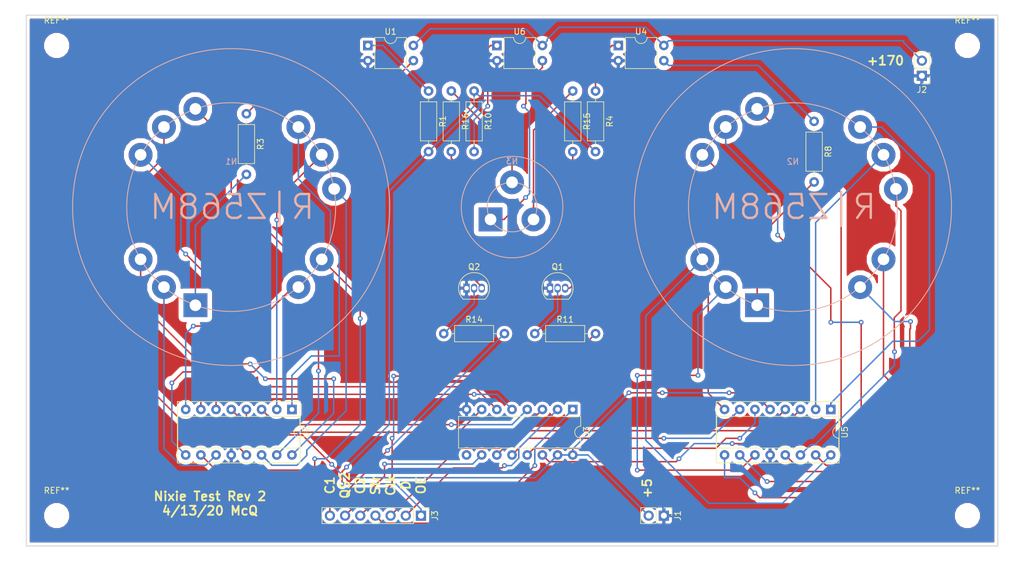
<source format=kicad_pcb>
(kicad_pcb (version 20171130) (host pcbnew 5.0.2+dfsg1-1~bpo9+1)
  (layers (0 F.Cu signal) (31 B.Cu signal) (34 B.Paste user) (35 F.Paste user) (36 B.SilkS user) (37 F.SilkS user) (38 B.Mask user) (39 F.Mask user) (44 Edge.Cuts user))
  (net 0 "")
  (net 1 +5V)
  (net 2 GND)
  (net 3 HT)
  (net 4 "Net-(J3-Pad1)")
  (net 5 "Net-(J3-Pad2)")
  (net 6 "Net-(J3-Pad3)")
  (net 7 "Net-(J3-Pad4)")
  (net 8 "Net-(J3-Pad5)")
  (net 9 "Net-(J3-Pad6)")
  (net 10 "Net-(J3-Pad7)")
  (net 11 "Net-(Q1-Pad2)")
  (net 12 "Net-(Q1-Pad3)")
  (net 13 "Net-(Q2-Pad3)")
  (net 14 "Net-(Q2-Pad2)")
  (net 15 "Net-(R1-Pad1)")
  (net 16 "Net-(N1-PadA)")
  (net 17 "Net-(R3-Pad1)")
  (net 18 "Net-(R4-Pad1)")
  (net 19 "Net-(R8-Pad1)")
  (net 20 "Net-(N2-PadA)")
  (net 21 "Net-(R10-Pad2)")
  (net 22 "Net-(N3-PadC2)")
  (net 23 "Net-(N3-PadC1)")
  (net 24 "Net-(N1-Pad8)")
  (net 25 "Net-(N1-Pad3)")
  (net 26 "Net-(N1-Pad9)")
  (net 27 "Net-(N1-Pad7)")
  (net 28 "Net-(U2-Pad3)")
  (net 29 "Net-(N1-Pad6)")
  (net 30 "Net-(U2-Pad4)")
  (net 31 "Net-(N1-Pad4)")
  (net 32 "Net-(U2-Pad6)")
  (net 33 "Net-(N1-Pad5)")
  (net 34 "Net-(U2-Pad7)")
  (net 35 "Net-(N1-Pad1)")
  (net 36 "Net-(N1-Pad2)")
  (net 37 "Net-(N1-Pad0)")
  (net 38 "Net-(U3-Pad9)")
  (net 39 "Net-(U3-Pad11)")
  (net 40 "Net-(U3-Pad12)")
  (net 41 "Net-(U3-Pad13)")
  (net 42 "Net-(U3-Pad14)")
  (net 43 "Net-(N2-Pad0)")
  (net 44 "Net-(N2-Pad2)")
  (net 45 "Net-(N2-Pad1)")
  (net 46 "Net-(N2-Pad5)")
  (net 47 "Net-(N2-Pad4)")
  (net 48 "Net-(N2-Pad6)")
  (net 49 "Net-(N2-Pad7)")
  (net 50 "Net-(N2-Pad9)")
  (net 51 "Net-(N2-Pad3)")
  (net 52 "Net-(N2-Pad8)")
  (net 53 "Net-(N3-PadA)")
  (module Connector_PinHeader_2.54mm:PinHeader_1x02_P2.54mm_Vertical (layer F.Cu) (at 152.4 106.68 270)
    (fp_text reference J1 (at 0 -2.33 270) (layer F.SilkS))
    (fp_text value "5V in")
    (pad 2 thru_hole oval (at 0 2.54 270) (size 1.7 1.7) (drill 1) (layers *.Cu *.Mask) (net 1 +5V))
    (pad 1 thru_hole rect (at 0 0 270) (size 1.7 1.7) (drill 1) (layers *.Cu *.Mask) (net 2 GND))
  )
  (module Connector_PinHeader_2.54mm:PinHeader_1x02_P2.54mm_Vertical (layer F.Cu) (at 195.58 33.02 180)
    (fp_text reference J2 (at 0 -2.33 180) (layer F.SilkS))
    (fp_text value "170V in")
    (pad 1 thru_hole rect (at 0 0 180) (size 1.7 1.7) (drill 1) (layers *.Cu *.Mask) (net 2 GND))
    (pad 2 thru_hole oval (at 0 2.54 180) (size 1.7 1.7) (drill 1) (layers *.Cu *.Mask) (net 3 HT))
  )
  (module Connector_PinHeader_2.54mm:PinHeader_1x07_P2.54mm_Vertical (layer F.Cu) (at 111.76 106.68 270)
    (fp_text reference J3 (at 0 -2.33 270) (layer F.SilkS))
    (fp_text value Conn_01x07_Male)
    (pad 1 thru_hole rect (at 0 0 270) (size 1.7 1.7) (drill 1) (layers *.Cu *.Mask) (net 4 "Net-(J3-Pad1)"))
    (pad 2 thru_hole oval (at 0 2.54 270) (size 1.7 1.7) (drill 1) (layers *.Cu *.Mask) (net 5 "Net-(J3-Pad2)"))
    (pad 3 thru_hole oval (at 0 5.08 270) (size 1.7 1.7) (drill 1) (layers *.Cu *.Mask) (net 6 "Net-(J3-Pad3)"))
    (pad 4 thru_hole oval (at 0 7.62 270) (size 1.7 1.7) (drill 1) (layers *.Cu *.Mask) (net 7 "Net-(J3-Pad4)"))
    (pad 5 thru_hole oval (at 0 10.16 270) (size 1.7 1.7) (drill 1) (layers *.Cu *.Mask) (net 8 "Net-(J3-Pad5)"))
    (pad 6 thru_hole oval (at 0 12.7 270) (size 1.7 1.7) (drill 1) (layers *.Cu *.Mask) (net 9 "Net-(J3-Pad6)"))
    (pad 7 thru_hole oval (at 0 15.24 270) (size 1.7 1.7) (drill 1) (layers *.Cu *.Mask) (net 10 "Net-(J3-Pad7)"))
  )
  (module Package_TO_SOT_THT:TO-92_Inline (layer F.Cu) (at 133.35 68.58)
    (fp_text reference Q1 (at 1.27 -3.56) (layer F.SilkS))
    (fp_text value MPSA42)
    (pad 2 thru_hole oval (at 1.27 0) (size 1.05 1.5) (drill 0.75) (layers *.Cu *.Mask) (net 11 "Net-(Q1-Pad2)"))
    (pad 3 thru_hole oval (at 2.54 0) (size 1.05 1.5) (drill 0.75) (layers *.Cu *.Mask) (net 12 "Net-(Q1-Pad3)"))
    (pad 1 thru_hole rect (at 0 0) (size 1.05 1.5) (drill 0.75) (layers *.Cu *.Mask) (net 2 GND))
  )
  (module Package_TO_SOT_THT:TO-92_Inline (layer F.Cu) (at 119.38 68.58)
    (fp_text reference Q2 (at 1.27 -3.56) (layer F.SilkS))
    (fp_text value MPSA42)
    (pad 1 thru_hole rect (at 0 0) (size 1.05 1.5) (drill 0.75) (layers *.Cu *.Mask) (net 2 GND))
    (pad 3 thru_hole oval (at 2.54 0) (size 1.05 1.5) (drill 0.75) (layers *.Cu *.Mask) (net 13 "Net-(Q2-Pad3)"))
    (pad 2 thru_hole oval (at 1.27 0) (size 1.05 1.5) (drill 0.75) (layers *.Cu *.Mask) (net 14 "Net-(Q2-Pad2)"))
  )
  (module Resistor_THT:R_Axial_DIN0207_L6.3mm_D2.5mm_P10.16mm_Horizontal (layer F.Cu) (at 113.03 35.56 270)
    (fp_text reference R1 (at 5.08 -2.37 270) (layer F.SilkS))
    (fp_text value 3K3)
    (pad 1 thru_hole circle (at 0 0 270) (size 1.6 1.6) (drill 0.8) (layers *.Cu *.Mask) (net 15 "Net-(R1-Pad1)"))
    (pad 2 thru_hole oval (at 10.16 0 270) (size 1.6 1.6) (drill 0.8) (layers *.Cu *.Mask) (net 4 "Net-(J3-Pad1)"))
  )
  (module Resistor_THT:R_Axial_DIN0207_L6.3mm_D2.5mm_P10.16mm_Horizontal (layer F.Cu) (at 82.55 39.37 270)
    (fp_text reference R3 (at 5.08 -2.37 270) (layer F.SilkS))
    (fp_text value 8K2)
    (pad 2 thru_hole oval (at 10.16 0 270) (size 1.6 1.6) (drill 0.8) (layers *.Cu *.Mask) (net 16 "Net-(N1-PadA)"))
    (pad 1 thru_hole circle (at 0 0 270) (size 1.6 1.6) (drill 0.8) (layers *.Cu *.Mask) (net 17 "Net-(R3-Pad1)"))
  )
  (module Resistor_THT:R_Axial_DIN0207_L6.3mm_D2.5mm_P10.16mm_Horizontal (layer F.Cu) (at 140.97 35.56 270)
    (fp_text reference R4 (at 5.08 -2.37 270) (layer F.SilkS))
    (fp_text value 3K3)
    (pad 2 thru_hole oval (at 10.16 0 270) (size 1.6 1.6) (drill 0.8) (layers *.Cu *.Mask) (net 4 "Net-(J3-Pad1)"))
    (pad 1 thru_hole circle (at 0 0 270) (size 1.6 1.6) (drill 0.8) (layers *.Cu *.Mask) (net 18 "Net-(R4-Pad1)"))
  )
  (module Resistor_THT:R_Axial_DIN0207_L6.3mm_D2.5mm_P10.16mm_Horizontal (layer F.Cu) (at 177.546 40.64 270)
    (fp_text reference R8 (at 5.08 -2.37 270) (layer F.SilkS))
    (fp_text value 8K2)
    (pad 1 thru_hole circle (at 0 0 270) (size 1.6 1.6) (drill 0.8) (layers *.Cu *.Mask) (net 19 "Net-(R8-Pad1)"))
    (pad 2 thru_hole oval (at 10.16 0 270) (size 1.6 1.6) (drill 0.8) (layers *.Cu *.Mask) (net 20 "Net-(N2-PadA)"))
  )
  (module Resistor_THT:R_Axial_DIN0207_L6.3mm_D2.5mm_P10.16mm_Horizontal (layer F.Cu) (at 120.65 35.56 270)
    (fp_text reference R10 (at 5.08 -2.37 270) (layer F.SilkS))
    (fp_text value 3K3)
    (pad 1 thru_hole circle (at 0 0 270) (size 1.6 1.6) (drill 0.8) (layers *.Cu *.Mask) (net 4 "Net-(J3-Pad1)"))
    (pad 2 thru_hole oval (at 10.16 0 270) (size 1.6 1.6) (drill 0.8) (layers *.Cu *.Mask) (net 21 "Net-(R10-Pad2)"))
  )
  (module Resistor_THT:R_Axial_DIN0207_L6.3mm_D2.5mm_P10.16mm_Horizontal (layer F.Cu) (at 130.81 76.2)
    (fp_text reference R11 (at 5.08 -2.37) (layer F.SilkS))
    (fp_text value 6K8)
    (pad 2 thru_hole oval (at 10.16 0) (size 1.6 1.6) (drill 0.8) (layers *.Cu *.Mask) (net 8 "Net-(J3-Pad5)"))
    (pad 1 thru_hole circle (at 0 0) (size 1.6 1.6) (drill 0.8) (layers *.Cu *.Mask) (net 11 "Net-(Q1-Pad2)"))
  )
  (module Resistor_THT:R_Axial_DIN0207_L6.3mm_D2.5mm_P10.16mm_Horizontal (layer F.Cu) (at 115.57 76.2)
    (fp_text reference R14 (at 5.08 -2.37) (layer F.SilkS))
    (fp_text value 6K8)
    (pad 1 thru_hole circle (at 0 0) (size 1.6 1.6) (drill 0.8) (layers *.Cu *.Mask) (net 14 "Net-(Q2-Pad2)"))
    (pad 2 thru_hole oval (at 10.16 0) (size 1.6 1.6) (drill 0.8) (layers *.Cu *.Mask) (net 10 "Net-(J3-Pad7)"))
  )
  (module Resistor_THT:R_Axial_DIN0207_L6.3mm_D2.5mm_P10.16mm_Horizontal (layer F.Cu) (at 137.16 35.56 270)
    (fp_text reference R15 (at 5.08 -2.37 270) (layer F.SilkS))
    (fp_text value 68K)
    (pad 1 thru_hole circle (at 0 0 270) (size 1.6 1.6) (drill 0.8) (layers *.Cu *.Mask) (net 22 "Net-(N3-PadC2)"))
    (pad 2 thru_hole oval (at 10.16 0 270) (size 1.6 1.6) (drill 0.8) (layers *.Cu *.Mask) (net 12 "Net-(Q1-Pad3)"))
  )
  (module Resistor_THT:R_Axial_DIN0207_L6.3mm_D2.5mm_P10.16mm_Horizontal (layer F.Cu) (at 116.84 35.56 270)
    (fp_text reference R16 (at 5.08 -2.37 270) (layer F.SilkS))
    (fp_text value 68K)
    (pad 2 thru_hole oval (at 10.16 0 270) (size 1.6 1.6) (drill 0.8) (layers *.Cu *.Mask) (net 13 "Net-(Q2-Pad3)"))
    (pad 1 thru_hole circle (at 0 0 270) (size 1.6 1.6) (drill 0.8) (layers *.Cu *.Mask) (net 23 "Net-(N3-PadC1)"))
  )
  (module Package_DIP:DIP-4_W7.62mm (layer F.Cu) (at 102.87 27.94)
    (fp_text reference U1 (at 3.81 -2.33) (layer F.SilkS))
    (fp_text value FOD832)
    (pad 1 thru_hole rect (at 0 0) (size 1.6 1.6) (drill 0.8) (layers *.Cu *.Mask) (net 15 "Net-(R1-Pad1)"))
    (pad 3 thru_hole oval (at 7.62 2.54) (size 1.6 1.6) (drill 0.8) (layers *.Cu *.Mask) (net 17 "Net-(R3-Pad1)"))
    (pad 2 thru_hole oval (at 0 2.54) (size 1.6 1.6) (drill 0.8) (layers *.Cu *.Mask) (net 2 GND))
    (pad 4 thru_hole oval (at 7.62 0) (size 1.6 1.6) (drill 0.8) (layers *.Cu *.Mask) (net 3 HT))
  )
  (module Package_DIP:DIP-16_W7.62mm_Socket (layer F.Cu) (at 90.17 88.9 270)
    (fp_text reference U2 (at 3.81 -2.33 270) (layer F.SilkS))
    (fp_text value 74141)
    (pad 1 thru_hole rect (at 0 0 270) (size 1.6 1.6) (drill 0.8) (layers *.Cu *.Mask) (net 24 "Net-(N1-Pad8)"))
    (pad 9 thru_hole oval (at 7.62 17.78 270) (size 1.6 1.6) (drill 0.8) (layers *.Cu *.Mask) (net 25 "Net-(N1-Pad3)"))
    (pad 2 thru_hole oval (at 0 2.54 270) (size 1.6 1.6) (drill 0.8) (layers *.Cu *.Mask) (net 26 "Net-(N1-Pad9)"))
    (pad 10 thru_hole oval (at 7.62 15.24 270) (size 1.6 1.6) (drill 0.8) (layers *.Cu *.Mask) (net 27 "Net-(N1-Pad7)"))
    (pad 3 thru_hole oval (at 0 5.08 270) (size 1.6 1.6) (drill 0.8) (layers *.Cu *.Mask) (net 28 "Net-(U2-Pad3)"))
    (pad 11 thru_hole oval (at 7.62 12.7 270) (size 1.6 1.6) (drill 0.8) (layers *.Cu *.Mask) (net 29 "Net-(N1-Pad6)"))
    (pad 4 thru_hole oval (at 0 7.62 270) (size 1.6 1.6) (drill 0.8) (layers *.Cu *.Mask) (net 30 "Net-(U2-Pad4)"))
    (pad 12 thru_hole oval (at 7.62 10.16 270) (size 1.6 1.6) (drill 0.8) (layers *.Cu *.Mask) (net 2 GND))
    (pad 5 thru_hole oval (at 0 10.16 270) (size 1.6 1.6) (drill 0.8) (layers *.Cu *.Mask) (net 1 +5V))
    (pad 13 thru_hole oval (at 7.62 7.62 270) (size 1.6 1.6) (drill 0.8) (layers *.Cu *.Mask) (net 31 "Net-(N1-Pad4)"))
    (pad 6 thru_hole oval (at 0 12.7 270) (size 1.6 1.6) (drill 0.8) (layers *.Cu *.Mask) (net 32 "Net-(U2-Pad6)"))
    (pad 14 thru_hole oval (at 7.62 5.08 270) (size 1.6 1.6) (drill 0.8) (layers *.Cu *.Mask) (net 33 "Net-(N1-Pad5)"))
    (pad 7 thru_hole oval (at 0 15.24 270) (size 1.6 1.6) (drill 0.8) (layers *.Cu *.Mask) (net 34 "Net-(U2-Pad7)"))
    (pad 15 thru_hole oval (at 7.62 2.54 270) (size 1.6 1.6) (drill 0.8) (layers *.Cu *.Mask) (net 35 "Net-(N1-Pad1)"))
    (pad 8 thru_hole oval (at 0 17.78 270) (size 1.6 1.6) (drill 0.8) (layers *.Cu *.Mask) (net 36 "Net-(N1-Pad2)"))
    (pad 16 thru_hole oval (at 7.62 0 270) (size 1.6 1.6) (drill 0.8) (layers *.Cu *.Mask) (net 37 "Net-(N1-Pad0)"))
  )
  (module Package_DIP:DIP-16_W7.62mm (layer F.Cu) (at 137.16 88.9 270)
    (fp_text reference U3 (at 3.81 -2.33 270) (layer F.SilkS))
    (fp_text value 74HC4094)
    (pad 1 thru_hole rect (at 0 0 270) (size 1.6 1.6) (drill 0.8) (layers *.Cu *.Mask) (net 7 "Net-(J3-Pad4)"))
    (pad 9 thru_hole oval (at 7.62 17.78 270) (size 1.6 1.6) (drill 0.8) (layers *.Cu *.Mask) (net 38 "Net-(U3-Pad9)"))
    (pad 2 thru_hole oval (at 0 2.54 270) (size 1.6 1.6) (drill 0.8) (layers *.Cu *.Mask) (net 5 "Net-(J3-Pad2)"))
    (pad 10 thru_hole oval (at 7.62 15.24 270) (size 1.6 1.6) (drill 0.8) (layers *.Cu *.Mask) (net 9 "Net-(J3-Pad6)"))
    (pad 3 thru_hole oval (at 0 5.08 270) (size 1.6 1.6) (drill 0.8) (layers *.Cu *.Mask) (net 6 "Net-(J3-Pad3)"))
    (pad 11 thru_hole oval (at 7.62 12.7 270) (size 1.6 1.6) (drill 0.8) (layers *.Cu *.Mask) (net 39 "Net-(U3-Pad11)"))
    (pad 4 thru_hole oval (at 0 7.62 270) (size 1.6 1.6) (drill 0.8) (layers *.Cu *.Mask) (net 28 "Net-(U2-Pad3)"))
    (pad 12 thru_hole oval (at 7.62 10.16 270) (size 1.6 1.6) (drill 0.8) (layers *.Cu *.Mask) (net 40 "Net-(U3-Pad12)"))
    (pad 5 thru_hole oval (at 0 10.16 270) (size 1.6 1.6) (drill 0.8) (layers *.Cu *.Mask) (net 32 "Net-(U2-Pad6)"))
    (pad 13 thru_hole oval (at 7.62 7.62 270) (size 1.6 1.6) (drill 0.8) (layers *.Cu *.Mask) (net 41 "Net-(U3-Pad13)"))
    (pad 6 thru_hole oval (at 0 12.7 270) (size 1.6 1.6) (drill 0.8) (layers *.Cu *.Mask) (net 34 "Net-(U2-Pad7)"))
    (pad 14 thru_hole oval (at 7.62 5.08 270) (size 1.6 1.6) (drill 0.8) (layers *.Cu *.Mask) (net 42 "Net-(U3-Pad14)"))
    (pad 7 thru_hole oval (at 0 15.24 270) (size 1.6 1.6) (drill 0.8) (layers *.Cu *.Mask) (net 30 "Net-(U2-Pad4)"))
    (pad 15 thru_hole oval (at 7.62 2.54 270) (size 1.6 1.6) (drill 0.8) (layers *.Cu *.Mask) (net 1 +5V))
    (pad 8 thru_hole oval (at 0 17.78 270) (size 1.6 1.6) (drill 0.8) (layers *.Cu *.Mask) (net 2 GND))
    (pad 16 thru_hole oval (at 7.62 0 270) (size 1.6 1.6) (drill 0.8) (layers *.Cu *.Mask) (net 1 +5V))
  )
  (module Package_DIP:DIP-4_W7.62mm (layer F.Cu) (at 144.78 27.94)
    (fp_text reference U4 (at 3.81 -2.33) (layer F.SilkS))
    (fp_text value FOD832)
    (pad 4 thru_hole oval (at 7.62 0) (size 1.6 1.6) (drill 0.8) (layers *.Cu *.Mask) (net 3 HT))
    (pad 2 thru_hole oval (at 0 2.54) (size 1.6 1.6) (drill 0.8) (layers *.Cu *.Mask) (net 2 GND))
    (pad 3 thru_hole oval (at 7.62 2.54) (size 1.6 1.6) (drill 0.8) (layers *.Cu *.Mask) (net 19 "Net-(R8-Pad1)"))
    (pad 1 thru_hole rect (at 0 0) (size 1.6 1.6) (drill 0.8) (layers *.Cu *.Mask) (net 18 "Net-(R4-Pad1)"))
  )
  (module Package_DIP:DIP-16_W7.62mm_Socket (layer F.Cu) (at 180.34 88.9 270)
    (fp_text reference U5 (at 3.81 -2.33 270) (layer F.SilkS))
    (fp_text value 74141)
    (pad 16 thru_hole oval (at 7.62 0 270) (size 1.6 1.6) (drill 0.8) (layers *.Cu *.Mask) (net 43 "Net-(N2-Pad0)"))
    (pad 8 thru_hole oval (at 0 17.78 270) (size 1.6 1.6) (drill 0.8) (layers *.Cu *.Mask) (net 44 "Net-(N2-Pad2)"))
    (pad 15 thru_hole oval (at 7.62 2.54 270) (size 1.6 1.6) (drill 0.8) (layers *.Cu *.Mask) (net 45 "Net-(N2-Pad1)"))
    (pad 7 thru_hole oval (at 0 15.24 270) (size 1.6 1.6) (drill 0.8) (layers *.Cu *.Mask) (net 40 "Net-(U3-Pad12)"))
    (pad 14 thru_hole oval (at 7.62 5.08 270) (size 1.6 1.6) (drill 0.8) (layers *.Cu *.Mask) (net 46 "Net-(N2-Pad5)"))
    (pad 6 thru_hole oval (at 0 12.7 270) (size 1.6 1.6) (drill 0.8) (layers *.Cu *.Mask) (net 41 "Net-(U3-Pad13)"))
    (pad 13 thru_hole oval (at 7.62 7.62 270) (size 1.6 1.6) (drill 0.8) (layers *.Cu *.Mask) (net 47 "Net-(N2-Pad4)"))
    (pad 5 thru_hole oval (at 0 10.16 270) (size 1.6 1.6) (drill 0.8) (layers *.Cu *.Mask) (net 1 +5V))
    (pad 12 thru_hole oval (at 7.62 10.16 270) (size 1.6 1.6) (drill 0.8) (layers *.Cu *.Mask) (net 2 GND))
    (pad 4 thru_hole oval (at 0 7.62 270) (size 1.6 1.6) (drill 0.8) (layers *.Cu *.Mask) (net 39 "Net-(U3-Pad11)"))
    (pad 11 thru_hole oval (at 7.62 12.7 270) (size 1.6 1.6) (drill 0.8) (layers *.Cu *.Mask) (net 48 "Net-(N2-Pad6)"))
    (pad 3 thru_hole oval (at 0 5.08 270) (size 1.6 1.6) (drill 0.8) (layers *.Cu *.Mask) (net 42 "Net-(U3-Pad14)"))
    (pad 10 thru_hole oval (at 7.62 15.24 270) (size 1.6 1.6) (drill 0.8) (layers *.Cu *.Mask) (net 49 "Net-(N2-Pad7)"))
    (pad 2 thru_hole oval (at 0 2.54 270) (size 1.6 1.6) (drill 0.8) (layers *.Cu *.Mask) (net 50 "Net-(N2-Pad9)"))
    (pad 9 thru_hole oval (at 7.62 17.78 270) (size 1.6 1.6) (drill 0.8) (layers *.Cu *.Mask) (net 51 "Net-(N2-Pad3)"))
    (pad 1 thru_hole rect (at 0 0 270) (size 1.6 1.6) (drill 0.8) (layers *.Cu *.Mask) (net 52 "Net-(N2-Pad8)"))
  )
  (module Package_DIP:DIP-4_W7.62mm (layer F.Cu) (at 124.46 27.94)
    (fp_text reference U6 (at 3.81 -2.33) (layer F.SilkS))
    (fp_text value FOD832)
    (pad 1 thru_hole rect (at 0 0) (size 1.6 1.6) (drill 0.8) (layers *.Cu *.Mask) (net 21 "Net-(R10-Pad2)"))
    (pad 3 thru_hole oval (at 7.62 2.54) (size 1.6 1.6) (drill 0.8) (layers *.Cu *.Mask) (net 53 "Net-(N3-PadA)"))
    (pad 2 thru_hole oval (at 0 2.54) (size 1.6 1.6) (drill 0.8) (layers *.Cu *.Mask) (net 2 GND))
    (pad 4 thru_hole oval (at 7.62 0) (size 1.6 1.6) (drill 0.8) (layers *.Cu *.Mask) (net 3 HT))
  )
  (module MedidoFootprints:RZ568M (layer B.Cu) (at 80 55)
    (fp_text reference N1 (at 0 -7.62) (layer B.SilkS) (effects (justify mirror)))
    (fp_text value R|Z568M)
    (fp_text user R|Z568M (at 0.17 -0.02) (layer B.SilkS) (effects (font (size 4 4) (thickness 0.4)) (justify mirror)))
    (pad 8 thru_hole circle (at 11.2488 -13.4058) (size 4 4) (drill 1.95) (layers *.Cu *.Mask) (net 24 "Net-(N1-Pad8)"))
    (pad 9 thru_hole circle (at 15.1554 -8.75) (size 4 4) (drill 1.95) (layers *.Cu *.Mask) (net 26 "Net-(N1-Pad9)"))
    (pad 5 thru_hole circle (at 17.2341 -3.0388) (size 4 4) (drill 1.95) (layers *.Cu *.Mask) (net 33 "Net-(N1-Pad5)"))
    (pad 7 thru_hole circle (at 15.1554 8.75) (size 4 4) (drill 1.95) (layers *.Cu *.Mask) (net 27 "Net-(N1-Pad7)"))
    (pad 3 thru_hole circle (at 11.2488 13.4058) (size 4 4) (drill 1.95) (layers *.Cu *.Mask) (net 25 "Net-(N1-Pad3)"))
    (pad A thru_hole rect (at -5.9854 16.4446) (size 4 4) (drill 1.95) (layers *.Cu *.Mask) (net 16 "Net-(N1-PadA)"))
    (pad 6 thru_hole circle (at -11.2488 13.4058) (size 4 4) (drill 1.95) (layers *.Cu *.Mask) (net 29 "Net-(N1-Pad6)"))
    (pad 0 thru_hole circle (at -15.1554 8.75) (size 4 4) (drill 1.95) (layers *.Cu *.Mask) (net 37 "Net-(N1-Pad0)"))
    (pad 2 thru_hole circle (at -15.1554 -8.75) (size 4 4) (drill 1.95) (layers *.Cu *.Mask) (net 36 "Net-(N1-Pad2)"))
    (pad 4 thru_hole circle (at -11.2488 -13.4058) (size 4 4) (drill 1.95) (layers *.Cu *.Mask) (net 31 "Net-(N1-Pad4)"))
    (pad 1 thru_hole circle (at -5.9854 -16.4446) (size 4 4) (drill 1.95) (layers *.Cu *.Mask) (net 35 "Net-(N1-Pad1)"))
  )
  (module MedidoFootprints:RZ568M (layer B.Cu) (at 174 55)
    (fp_text reference N2 (at 0 -7.62) (layer B.SilkS) (effects (justify mirror)))
    (fp_text value R|Z568M)
    (fp_text user R|Z568M (at 0.17 -0.02) (layer B.SilkS) (effects (font (size 4 4) (thickness 0.4)) (justify mirror)))
    (pad 1 thru_hole circle (at -5.9854 -16.4446) (size 4 4) (drill 1.95) (layers *.Cu *.Mask) (net 45 "Net-(N2-Pad1)"))
    (pad 4 thru_hole circle (at -11.2488 -13.4058) (size 4 4) (drill 1.95) (layers *.Cu *.Mask) (net 47 "Net-(N2-Pad4)"))
    (pad 2 thru_hole circle (at -15.1554 -8.75) (size 4 4) (drill 1.95) (layers *.Cu *.Mask) (net 44 "Net-(N2-Pad2)"))
    (pad 0 thru_hole circle (at -15.1554 8.75) (size 4 4) (drill 1.95) (layers *.Cu *.Mask) (net 43 "Net-(N2-Pad0)"))
    (pad 6 thru_hole circle (at -11.2488 13.4058) (size 4 4) (drill 1.95) (layers *.Cu *.Mask) (net 48 "Net-(N2-Pad6)"))
    (pad A thru_hole rect (at -5.9854 16.4446) (size 4 4) (drill 1.95) (layers *.Cu *.Mask) (net 20 "Net-(N2-PadA)"))
    (pad 3 thru_hole circle (at 11.2488 13.4058) (size 4 4) (drill 1.95) (layers *.Cu *.Mask) (net 51 "Net-(N2-Pad3)"))
    (pad 7 thru_hole circle (at 15.1554 8.75) (size 4 4) (drill 1.95) (layers *.Cu *.Mask) (net 49 "Net-(N2-Pad7)"))
    (pad 5 thru_hole circle (at 17.2341 -3.0388) (size 4 4) (drill 1.95) (layers *.Cu *.Mask) (net 46 "Net-(N2-Pad5)"))
    (pad 9 thru_hole circle (at 15.1554 -8.75) (size 4 4) (drill 1.95) (layers *.Cu *.Mask) (net 50 "Net-(N2-Pad9)"))
    (pad 8 thru_hole circle (at 11.2488 -13.4058) (size 4 4) (drill 1.95) (layers *.Cu *.Mask) (net 52 "Net-(N2-Pad8)"))
  )
  (module MedidoFootprints:Separator (layer B.Cu) (at 127 55)
    (fp_text reference N3 (at 0 -7.7) (layer B.SilkS) (effects (justify mirror)))
    (fp_text value Separator)
    (pad C1 thru_hole circle (at 0 -4.15) (size 4 4) (drill 1.95) (layers *.Cu *.Mask) (net 23 "Net-(N3-PadC1)"))
    (pad A thru_hole rect (at -3.594 2.075) (size 4 4) (drill 1.95) (layers *.Cu *.Mask) (net 53 "Net-(N3-PadA)"))
    (pad C2 thru_hole circle (at 3.594 2.075) (size 4 4) (drill 1.95) (layers *.Cu *.Mask) (net 22 "Net-(N3-PadC2)"))
  )
  (module MountingHole:MountingHole_3.2mm_M3 (layer F.Cu) (at 203.2 27.94)
    (fp_text reference REF** (at 0 -4.2) (layer F.SilkS))
    (fp_text value MountingHole_3.2mm_M3)
    (pad 1 np_thru_hole circle (at 0 0) (size 3.2 3.2) (drill 3.2) (layers *.Cu *.Mask))
  )
  (module MountingHole:MountingHole_3.2mm_M3 (layer F.Cu) (at 203.2 106.68)
    (fp_text reference REF** (at 0 -4.2) (layer F.SilkS))
    (fp_text value MountingHole_3.2mm_M3)
    (pad 1 np_thru_hole circle (at 0 0) (size 3.2 3.2) (drill 3.2) (layers *.Cu *.Mask))
  )
  (module MountingHole:MountingHole_3.2mm_M3 (layer F.Cu) (at 50.8 27.94)
    (fp_text reference REF** (at 0 -4.2) (layer F.SilkS))
    (fp_text value MountingHole_3.2mm_M3)
    (pad 1 np_thru_hole circle (at 0 0) (size 3.2 3.2) (drill 3.2) (layers *.Cu *.Mask))
  )
  (module MountingHole:MountingHole_3.2mm_M3 (layer F.Cu) (at 50.8 106.68)
    (fp_text reference REF** (at 0 -4.2) (layer F.SilkS))
    (fp_text value MountingHole_3.2mm_M3)
    (pad 1 np_thru_hole circle (at 0 0) (size 3.2 3.2) (drill 3.2) (layers *.Cu *.Mask))
  )
  (gr_text "Nixie Test Rev 2\n4/13/20 McQ" (at 76.454 104.648) (layer F.SilkS) (effects (font (size 1.5 1.5) (thickness 0.3))))
  (gr_text +5 (at 149.606 102.108 90) (layer F.SilkS) (effects (font (size 1.5 1.5) (thickness 0.3))))
  (gr_text +170 (at 189.484 30.48) (layer F.SilkS) (effects (font (size 1.5 1.5) (thickness 0.3))))
  (gr_text C1 (at 96.52 101.6 90) (layer F.SilkS) (effects (font (size 1.5 1.5) (thickness 0.3))))
  (gr_text QS2 (at 99.06 101.6 90) (layer F.SilkS) (effects (font (size 1.5 1.5) (thickness 0.3))))
  (gr_text C2 (at 101.6 101.6 90) (layer F.SilkS) (effects (font (size 1.5 1.5) (thickness 0.3))))
  (gr_text Str (at 104.14 101.6 90) (layer F.SilkS) (effects (font (size 1.5 1.5) (thickness 0.3))))
  (gr_text Clk (at 106.68 101.6 90) (layer F.SilkS) (effects (font (size 1.5 1.5) (thickness 0.3))))
  (gr_text D (at 109.22 101.6 90) (layer F.SilkS) (effects (font (size 1.5 1.5) (thickness 0.3))))
  (gr_text OE (at 111.76 101.6 90) (layer F.SilkS) (effects (font (size 1.5 1.5) (thickness 0.3))))
  (gr_line (start 45.72 111.76) (end 208.28 111.76) (layer Edge.Cuts) (width 0.15))
  (gr_line (start 45.72 111.76) (end 45.72 22.86) (layer Edge.Cuts) (width 0.15))
  (gr_line (start 208.28 22.86) (end 208.28 111.76) (layer Edge.Cuts) (width 0.15))
  (gr_line (start 45.72 22.86) (end 208.28 22.86) (layer Edge.Cuts) (width 0.15))
  (segment (start 133.820001 97.319999) (end 134.62 96.52) (width 0.25) (layer B.Cu) (net 1))
  (segment (start 134.62 96.52) (end 137.16 96.52) (width 0.25) (layer B.Cu) (net 1))
  (via (at 163.322 86.106) (size 0.8) (drill 0.4) (layers F.Cu B.Cu) (net 1))
  (segment (start 167.386 86.106) (end 163.322 86.106) (width 0.25) (layer F.Cu) (net 1))
  (segment (start 170.18 88.9) (end 167.386 86.106) (width 0.25) (layer F.Cu) (net 1))
  (via (at 152.146 86.106) (size 0.8) (drill 0.4) (layers F.Cu B.Cu) (net 1))
  (segment (start 163.322 86.106) (end 152.146 86.106) (width 0.25) (layer B.Cu) (net 1))
  (via (at 146.558 86.106) (size 0.8) (drill 0.4) (layers F.Cu B.Cu) (net 1))
  (segment (start 152.146 86.106) (end 146.558 86.106) (width 0.25) (layer F.Cu) (net 1))
  (segment (start 137.16 95.504) (end 137.16 96.52) (width 0.25) (layer B.Cu) (net 1))
  (segment (start 146.558 86.106) (end 137.16 95.504) (width 0.25) (layer B.Cu) (net 1))
  (segment (start 139.7 96.52) (end 149.86 106.68) (width 0.25) (layer B.Cu) (net 1))
  (segment (start 137.16 96.52) (end 139.7 96.52) (width 0.25) (layer B.Cu) (net 1))
  (segment (start 84.27001 93.16001) (end 91.89001 93.16001) (width 0.25) (layer F.Cu) (net 1))
  (via (at 96.821917 98.091917) (size 0.8) (drill 0.4) (layers F.Cu B.Cu) (net 1))
  (segment (start 91.89001 93.16001) (end 96.821917 98.091917) (width 0.25) (layer F.Cu) (net 1))
  (segment (start 80.01 88.9) (end 84.27001 93.16001) (width 0.25) (layer F.Cu) (net 1))
  (segment (start 99.06 100.33) (end 130.81 100.33) (width 0.25) (layer B.Cu) (net 1))
  (segment (start 96.821917 98.091917) (end 99.06 100.33) (width 0.25) (layer B.Cu) (net 1))
  (segment (start 130.81 100.33) (end 133.35 97.79) (width 0.25) (layer B.Cu) (net 1))
  (segment (start 133.35 97.79) (end 133.820001 97.319999) (width 0.25) (layer B.Cu) (net 1))
  (segment (start 131.354999 99.785001) (end 133.35 97.79) (width 0.25) (layer B.Cu) (net 1))
  (segment (start 129.286 25.146) (end 132.08 27.94) (width 0.25) (layer B.Cu) (net 3))
  (segment (start 113.284 25.146) (end 129.286 25.146) (width 0.25) (layer B.Cu) (net 3))
  (segment (start 110.49 27.94) (end 113.284 25.146) (width 0.25) (layer B.Cu) (net 3))
  (segment (start 132.879999 27.140001) (end 132.879999 26.886001) (width 0.25) (layer B.Cu) (net 3))
  (segment (start 132.08 27.94) (end 132.879999 27.140001) (width 0.25) (layer B.Cu) (net 3))
  (segment (start 132.879999 26.886001) (end 134.874 24.892) (width 0.25) (layer B.Cu) (net 3))
  (segment (start 149.352 24.892) (end 152.4 27.94) (width 0.25) (layer B.Cu) (net 3))
  (segment (start 134.874 24.892) (end 149.352 24.892) (width 0.25) (layer B.Cu) (net 3))
  (segment (start 153.199999 27.140001) (end 192.494001 27.140001) (width 0.25) (layer B.Cu) (net 3))
  (segment (start 152.4 27.94) (end 153.199999 27.140001) (width 0.25) (layer B.Cu) (net 3))
  (segment (start 192.494001 27.394001) (end 195.58 30.48) (width 0.25) (layer B.Cu) (net 3))
  (segment (start 192.494001 27.140001) (end 192.494001 27.394001) (width 0.25) (layer B.Cu) (net 3))
  (segment (start 106.462999 52.287001) (end 106.462999 91.403001) (width 0.25) (layer B.Cu) (net 4))
  (segment (start 113.03 45.72) (end 106.462999 52.287001) (width 0.25) (layer B.Cu) (net 4))
  (via (at 99.314 98.552) (size 0.8) (drill 0.4) (layers F.Cu B.Cu) (net 4))
  (segment (start 106.462999 91.403001) (end 99.314 98.552) (width 0.25) (layer B.Cu) (net 4))
  (via (at 98.552 101.346) (size 0.8) (drill 0.4) (layers F.Cu B.Cu) (net 4))
  (segment (start 98.552 99.314) (end 98.552 101.346) (width 0.25) (layer F.Cu) (net 4))
  (segment (start 99.314 98.552) (end 98.552 99.314) (width 0.25) (layer F.Cu) (net 4))
  (segment (start 111.76 105.58) (end 111.76 106.68) (width 0.25) (layer B.Cu) (net 4))
  (segment (start 107.526 101.346) (end 111.76 105.58) (width 0.25) (layer B.Cu) (net 4))
  (segment (start 98.552 101.346) (end 107.526 101.346) (width 0.25) (layer B.Cu) (net 4))
  (segment (start 131.609999 36.359999) (end 140.170001 44.920001) (width 0.25) (layer B.Cu) (net 4))
  (segment (start 121.449999 36.359999) (end 131.609999 36.359999) (width 0.25) (layer B.Cu) (net 4))
  (segment (start 140.170001 44.920001) (end 140.97 45.72) (width 0.25) (layer B.Cu) (net 4))
  (segment (start 120.65 35.56) (end 121.449999 36.359999) (width 0.25) (layer B.Cu) (net 4))
  (segment (start 120.65 38.1) (end 113.03 45.72) (width 0.25) (layer B.Cu) (net 4))
  (segment (start 120.65 35.56) (end 120.65 38.1) (width 0.25) (layer B.Cu) (net 4))
  (segment (start 134.62 88.9) (end 128.125001 95.394999) (width 0.25) (layer B.Cu) (net 5))
  (segment (start 128.125001 95.394999) (end 128.125001 97.060001) (width 0.25) (layer B.Cu) (net 5))
  (segment (start 128.125001 97.060001) (end 126.887002 98.298) (width 0.25) (layer B.Cu) (net 5))
  (via (at 125.73 98.298) (size 0.8) (drill 0.4) (layers F.Cu B.Cu) (net 5))
  (segment (start 126.887002 98.298) (end 125.73 98.298) (width 0.25) (layer B.Cu) (net 5))
  (segment (start 110.069999 105.830001) (end 109.22 106.68) (width 0.25) (layer F.Cu) (net 5))
  (segment (start 117.202001 98.697999) (end 110.069999 105.830001) (width 0.25) (layer F.Cu) (net 5))
  (segment (start 125.330001 98.697999) (end 117.202001 98.697999) (width 0.25) (layer F.Cu) (net 5))
  (segment (start 125.73 98.298) (end 125.330001 98.697999) (width 0.25) (layer F.Cu) (net 5))
  (segment (start 124.948591 95.394999) (end 117.965001 95.394999) (width 0.25) (layer F.Cu) (net 6))
  (segment (start 117.965001 95.394999) (end 107.529999 105.830001) (width 0.25) (layer F.Cu) (net 6))
  (segment (start 130.643591 89.699999) (end 124.948591 95.394999) (width 0.25) (layer F.Cu) (net 6))
  (segment (start 131.280001 89.699999) (end 130.643591 89.699999) (width 0.25) (layer F.Cu) (net 6))
  (segment (start 107.529999 105.830001) (end 106.68 106.68) (width 0.25) (layer F.Cu) (net 6))
  (segment (start 132.08 88.9) (end 131.280001 89.699999) (width 0.25) (layer F.Cu) (net 6))
  (via (at 130.81 98.298) (size 0.8) (drill 0.4) (layers F.Cu B.Cu) (net 7))
  (segment (start 130.81 95.25) (end 130.81 98.298) (width 0.25) (layer B.Cu) (net 7))
  (segment (start 137.16 88.9) (end 130.81 95.25) (width 0.25) (layer B.Cu) (net 7))
  (segment (start 105.41 107.95) (end 104.989999 107.529999) (width 0.25) (layer F.Cu) (net 7))
  (segment (start 121.158 107.95) (end 105.41 107.95) (width 0.25) (layer F.Cu) (net 7))
  (segment (start 104.989999 107.529999) (end 104.14 106.68) (width 0.25) (layer F.Cu) (net 7))
  (segment (start 130.81 98.298) (end 121.158 107.95) (width 0.25) (layer F.Cu) (net 7))
  (segment (start 140.97 76.2) (end 133.858 83.312) (width 0.25) (layer F.Cu) (net 8))
  (via (at 107.188 83.312) (size 0.8) (drill 0.4) (layers F.Cu B.Cu) (net 8))
  (segment (start 133.858 83.312) (end 107.188 83.312) (width 0.25) (layer F.Cu) (net 8))
  (via (at 106.934 93.726) (size 0.8) (drill 0.4) (layers F.Cu B.Cu) (net 8))
  (segment (start 107.188 93.472) (end 106.934 93.726) (width 0.25) (layer B.Cu) (net 8))
  (segment (start 107.188 83.312) (end 107.188 93.472) (width 0.25) (layer B.Cu) (net 8))
  (segment (start 106.934 101.346) (end 101.6 106.68) (width 0.25) (layer F.Cu) (net 8))
  (segment (start 106.934 93.726) (end 106.934 101.346) (width 0.25) (layer F.Cu) (net 8))
  (segment (start 120.396 98.044) (end 105.664 98.044) (width 0.25) (layer B.Cu) (net 9))
  (via (at 105.664 98.044) (size 0.8) (drill 0.4) (layers F.Cu B.Cu) (net 9))
  (segment (start 121.92 96.52) (end 120.396 98.044) (width 0.25) (layer B.Cu) (net 9))
  (segment (start 105.664 100.076) (end 99.06 106.68) (width 0.25) (layer F.Cu) (net 9))
  (segment (start 105.664 98.044) (end 105.664 100.076) (width 0.25) (layer F.Cu) (net 9))
  (via (at 106.172 95.758) (size 0.8) (drill 0.4) (layers F.Cu B.Cu) (net 10))
  (segment (start 125.73 76.2) (end 106.172 95.758) (width 0.25) (layer B.Cu) (net 10))
  (segment (start 96.52 105.41) (end 96.52 106.68) (width 0.25) (layer F.Cu) (net 10))
  (segment (start 106.172 95.758) (end 96.52 105.41) (width 0.25) (layer F.Cu) (net 10))
  (segment (start 134.62 72.39) (end 134.62 68.58) (width 0.25) (layer B.Cu) (net 11))
  (segment (start 130.81 76.2) (end 134.62 72.39) (width 0.25) (layer B.Cu) (net 11))
  (segment (start 136.665 68.58) (end 135.89 68.58) (width 0.25) (layer F.Cu) (net 12))
  (segment (start 137.16 68.085) (end 136.665 68.58) (width 0.25) (layer F.Cu) (net 12))
  (segment (start 137.16 45.72) (end 137.16 68.085) (width 0.25) (layer F.Cu) (net 12))
  (segment (start 116.84 46.85137) (end 117.094 47.10537) (width 0.25) (layer F.Cu) (net 13))
  (segment (start 116.84 45.72) (end 116.84 46.85137) (width 0.25) (layer F.Cu) (net 13))
  (segment (start 121.92 68.355) (end 121.92 68.58) (width 0.25) (layer F.Cu) (net 13))
  (segment (start 117.094 63.529) (end 121.92 68.355) (width 0.25) (layer F.Cu) (net 13))
  (segment (start 117.094 47.10537) (end 117.094 63.529) (width 0.25) (layer F.Cu) (net 13))
  (segment (start 120.65 71.12) (end 120.65 68.58) (width 0.25) (layer B.Cu) (net 14))
  (segment (start 115.57 76.2) (end 120.65 71.12) (width 0.25) (layer B.Cu) (net 14))
  (segment (start 103.92 27.94) (end 102.87 27.94) (width 0.25) (layer B.Cu) (net 15))
  (segment (start 105.41 27.94) (end 102.87 27.94) (width 0.25) (layer B.Cu) (net 15))
  (segment (start 113.03 35.56) (end 105.41 27.94) (width 0.25) (layer B.Cu) (net 15))
  (segment (start 74.0146 58.0654) (end 74.0146 71.4446) (width 0.25) (layer B.Cu) (net 16))
  (segment (start 82.55 49.53) (end 74.0146 58.0654) (width 0.25) (layer B.Cu) (net 16))
  (segment (start 109.690001 31.279999) (end 110.49 30.48) (width 0.25) (layer F.Cu) (net 17))
  (segment (start 108.458 32.512) (end 109.690001 31.279999) (width 0.25) (layer F.Cu) (net 17))
  (segment (start 89.408 32.512) (end 108.458 32.512) (width 0.25) (layer F.Cu) (net 17))
  (segment (start 82.55 39.37) (end 89.408 32.512) (width 0.25) (layer F.Cu) (net 17))
  (segment (start 140.97 30.7) (end 143.73 27.94) (width 0.25) (layer F.Cu) (net 18))
  (segment (start 143.73 27.94) (end 144.78 27.94) (width 0.25) (layer F.Cu) (net 18))
  (segment (start 140.97 35.56) (end 140.97 30.7) (width 0.25) (layer F.Cu) (net 18))
  (segment (start 168.185999 31.279999) (end 177.546 40.64) (width 0.25) (layer B.Cu) (net 19))
  (segment (start 153.199999 31.279999) (end 168.185999 31.279999) (width 0.25) (layer B.Cu) (net 19))
  (segment (start 152.4 30.48) (end 153.199999 31.279999) (width 0.25) (layer B.Cu) (net 19))
  (segment (start 168.0146 71.4446) (end 168.0146 60.3314) (width 0.25) (layer F.Cu) (net 20))
  (segment (start 168.0146 60.3314) (end 177.546 50.8) (width 0.25) (layer F.Cu) (net 20))
  (via (at 122.936 38.1) (size 0.8) (drill 0.4) (layers F.Cu B.Cu) (net 21))
  (segment (start 120.65 40.386) (end 122.936 38.1) (width 0.25) (layer B.Cu) (net 21))
  (segment (start 120.65 45.72) (end 120.65 40.386) (width 0.25) (layer B.Cu) (net 21))
  (segment (start 123.41 27.94) (end 124.46 27.94) (width 0.25) (layer F.Cu) (net 21))
  (segment (start 122.936 28.414) (end 123.41 27.94) (width 0.25) (layer F.Cu) (net 21))
  (segment (start 122.936 38.1) (end 122.936 28.414) (width 0.25) (layer F.Cu) (net 21))
  (segment (start 130.594 42.126) (end 137.16 35.56) (width 0.25) (layer F.Cu) (net 22))
  (segment (start 130.594 57.075) (end 130.594 42.126) (width 0.25) (layer F.Cu) (net 22))
  (segment (start 127 45.72) (end 116.84 35.56) (width 0.25) (layer F.Cu) (net 23))
  (segment (start 127 50.85) (end 127 45.72) (width 0.25) (layer F.Cu) (net 23))
  (segment (start 91.2488 49.416902) (end 91.2488 48.26) (width 0.25) (layer B.Cu) (net 24))
  (segment (start 91.2488 48.26) (end 91.2488 41.5942) (width 0.25) (layer B.Cu) (net 24))
  (segment (start 91.2488 50.304902) (end 91.2488 48.26) (width 0.25) (layer B.Cu) (net 24))
  (segment (start 96.592401 55.648503) (end 91.2488 50.304902) (width 0.25) (layer B.Cu) (net 24))
  (segment (start 96.592401 60.857999) (end 96.592401 55.648503) (width 0.25) (layer B.Cu) (net 24))
  (segment (start 98.080401 62.345999) (end 96.592401 60.857999) (width 0.25) (layer B.Cu) (net 24))
  (segment (start 90.17 88.9) (end 90.17 83.185) (width 0.25) (layer B.Cu) (net 24))
  (segment (start 93.415401 79.939599) (end 98.080401 79.939599) (width 0.25) (layer B.Cu) (net 24))
  (segment (start 90.17 83.185) (end 93.415401 79.939599) (width 0.25) (layer B.Cu) (net 24))
  (segment (start 98.080401 79.939599) (end 98.080401 62.345999) (width 0.25) (layer B.Cu) (net 24))
  (segment (start 90.3442 68.4058) (end 91.2488 68.4058) (width 0.25) (layer F.Cu) (net 25))
  (segment (start 85.09 73.66) (end 90.3442 68.4058) (width 0.25) (layer F.Cu) (net 25))
  (via (at 70.0762 84.455) (size 0.8) (drill 0.4) (layers F.Cu B.Cu) (net 25))
  (segment (start 70.0762 94.2062) (end 70.0762 84.455) (width 0.25) (layer B.Cu) (net 25))
  (segment (start 72.39 96.52) (end 70.0762 94.2062) (width 0.25) (layer B.Cu) (net 25))
  (segment (start 85.09 74.225685) (end 85.09 73.66) (width 0.25) (layer F.Cu) (net 25))
  (segment (start 85.09 81.336002) (end 85.09 74.225685) (width 0.25) (layer F.Cu) (net 25))
  (segment (start 83.821001 82.605001) (end 85.09 81.336002) (width 0.25) (layer F.Cu) (net 25))
  (segment (start 71.926199 82.605001) (end 83.821001 82.605001) (width 0.25) (layer F.Cu) (net 25))
  (segment (start 70.0762 84.455) (end 71.926199 82.605001) (width 0.25) (layer F.Cu) (net 25))
  (via (at 87.63 57.15) (size 0.8) (drill 0.4) (layers F.Cu B.Cu) (net 26))
  (segment (start 87.63 88.9) (end 87.63 57.15) (width 0.25) (layer B.Cu) (net 26))
  (segment (start 87.63 53.7754) (end 95.1554 46.25) (width 0.25) (layer F.Cu) (net 26))
  (segment (start 87.63 57.15) (end 87.63 53.7754) (width 0.25) (layer F.Cu) (net 26))
  (via (at 93.98 97.155) (size 0.8) (drill 0.4) (layers F.Cu B.Cu) (net 27))
  (segment (start 77.47 99.06) (end 93.98 99.06) (width 0.25) (layer F.Cu) (net 27))
  (segment (start 74.93 96.52) (end 77.47 99.06) (width 0.25) (layer F.Cu) (net 27))
  (via (at 101.6 73.66) (size 0.8) (drill 0.4) (layers F.Cu B.Cu) (net 27))
  (segment (start 101.6 91.44) (end 101.6 73.66) (width 0.25) (layer B.Cu) (net 27))
  (segment (start 101.6 70.1946) (end 95.1554 63.75) (width 0.25) (layer F.Cu) (net 27))
  (segment (start 101.6 73.66) (end 101.6 70.1946) (width 0.25) (layer F.Cu) (net 27))
  (segment (start 93.98 97.155) (end 93.98 99.06) (width 0.25) (layer F.Cu) (net 27))
  (segment (start 95.885 97.155) (end 101.6 91.44) (width 0.25) (layer B.Cu) (net 27))
  (segment (start 93.98 97.155) (end 95.885 97.155) (width 0.25) (layer B.Cu) (net 27))
  (segment (start 85.09 88.9) (end 87.63 91.44) (width 0.25) (layer F.Cu) (net 28))
  (via (at 116.84 91.44) (size 0.8) (drill 0.4) (layers F.Cu B.Cu) (net 28))
  (segment (start 87.63 91.44) (end 116.84 91.44) (width 0.25) (layer F.Cu) (net 28))
  (segment (start 127 91.44) (end 129.54 88.9) (width 0.25) (layer B.Cu) (net 28))
  (segment (start 116.84 91.44) (end 127 91.44) (width 0.25) (layer B.Cu) (net 28))
  (segment (start 68.7512 95.434202) (end 68.7512 93.98) (width 0.25) (layer B.Cu) (net 29))
  (segment (start 75.744999 98.245001) (end 71.561999 98.245001) (width 0.25) (layer B.Cu) (net 29))
  (segment (start 77.47 96.52) (end 75.744999 98.245001) (width 0.25) (layer B.Cu) (net 29))
  (segment (start 68.7512 94.546202) (end 68.7512 93.98) (width 0.25) (layer B.Cu) (net 29))
  (segment (start 71.561999 98.245001) (end 68.7512 95.434202) (width 0.25) (layer B.Cu) (net 29))
  (segment (start 68.7512 93.98) (end 68.7512 68.4058) (width 0.25) (layer B.Cu) (net 29))
  (segment (start 82.55 88.9) (end 82.55 90.17) (width 0.25) (layer F.Cu) (net 30))
  (segment (start 82.55 90.17) (end 85.09 92.71) (width 0.25) (layer F.Cu) (net 30))
  (segment (start 118.11 92.71) (end 121.92 88.9) (width 0.25) (layer F.Cu) (net 30))
  (segment (start 85.09 92.71) (end 118.11 92.71) (width 0.25) (layer F.Cu) (net 30))
  (segment (start 76.655001 90.625001) (end 82.55 96.52) (width 0.25) (layer F.Cu) (net 31))
  (segment (start 71.561999 90.625001) (end 76.655001 90.625001) (width 0.25) (layer F.Cu) (net 31))
  (segment (start 60.325 79.388002) (end 62.851998 81.915) (width 0.25) (layer F.Cu) (net 31))
  (segment (start 68.7512 41.5942) (end 68.7512 46.672402) (width 0.25) (layer F.Cu) (net 31))
  (segment (start 60.325 55.098602) (end 60.325 79.388002) (width 0.25) (layer F.Cu) (net 31))
  (segment (start 62.519599 81.582601) (end 62.851998 81.915) (width 0.25) (layer F.Cu) (net 31))
  (segment (start 68.7512 46.672402) (end 60.325 55.098602) (width 0.25) (layer F.Cu) (net 31))
  (segment (start 62.851998 81.915) (end 71.561999 90.625001) (width 0.25) (layer F.Cu) (net 31))
  (segment (start 77.47 88.9) (end 77.47 87.63) (width 0.25) (layer F.Cu) (net 32))
  (via (at 120.65 86.36) (size 0.8) (drill 0.4) (layers F.Cu B.Cu) (net 32))
  (segment (start 78.74 86.36) (end 120.65 86.36) (width 0.25) (layer F.Cu) (net 32))
  (segment (start 77.47 87.63) (end 78.74 86.36) (width 0.25) (layer F.Cu) (net 32))
  (segment (start 124.46 86.36) (end 127 88.9) (width 0.25) (layer B.Cu) (net 32))
  (segment (start 120.65 86.36) (end 124.46 86.36) (width 0.25) (layer B.Cu) (net 32))
  (segment (start 99.234099 53.961199) (end 97.2341 51.9612) (width 0.25) (layer B.Cu) (net 33))
  (segment (start 99.234099 89.120903) (end 99.234099 53.961199) (width 0.25) (layer B.Cu) (net 33))
  (segment (start 85.09 96.52) (end 86.36 97.79) (width 0.25) (layer B.Cu) (net 33))
  (segment (start 90.998001 98.245001) (end 86.815001 98.245001) (width 0.25) (layer B.Cu) (net 33))
  (segment (start 92.654999 96.588003) (end 90.998001 98.245001) (width 0.25) (layer B.Cu) (net 33))
  (segment (start 92.654999 95.700003) (end 92.654999 96.588003) (width 0.25) (layer B.Cu) (net 33))
  (segment (start 99.234099 89.120903) (end 92.654999 95.700003) (width 0.25) (layer B.Cu) (net 33))
  (segment (start 86.815001 98.245001) (end 86.36 97.79) (width 0.25) (layer B.Cu) (net 33))
  (segment (start 74.93 88.9) (end 74.93 86.36) (width 0.25) (layer F.Cu) (net 34))
  (segment (start 74.93 86.36) (end 76.2 85.09) (width 0.25) (layer F.Cu) (net 34))
  (segment (start 120.65 85.09) (end 124.46 88.9) (width 0.25) (layer F.Cu) (net 34))
  (segment (start 76.2 85.09) (end 120.65 85.09) (width 0.25) (layer F.Cu) (net 34))
  (via (at 94.615 82.44) (size 0.8) (drill 0.4) (layers F.Cu B.Cu) (net 35))
  (segment (start 94.615 89.535) (end 94.615 82.44) (width 0.25) (layer B.Cu) (net 35))
  (segment (start 87.63 96.52) (end 94.615 89.535) (width 0.25) (layer B.Cu) (net 35))
  (segment (start 94.615 67.442998) (end 80.01 52.837998) (width 0.25) (layer F.Cu) (net 35))
  (segment (start 94.615 82.44) (end 94.615 67.442998) (width 0.25) (layer F.Cu) (net 35))
  (segment (start 80.01 52.837998) (end 80.01 44.5508) (width 0.25) (layer F.Cu) (net 35))
  (segment (start 74.0146 38.5554) (end 79.9092 44.45) (width 0.25) (layer F.Cu) (net 35))
  (segment (start 71.590001 52.995401) (end 64.8446 46.25) (width 0.25) (layer B.Cu) (net 36))
  (via (at 72.39 62.865) (size 0.8) (drill 0.4) (layers F.Cu B.Cu) (net 36))
  (segment (start 71.590001 62.065001) (end 72.39 62.865) (width 0.25) (layer B.Cu) (net 36))
  (segment (start 71.590001 52.995401) (end 71.590001 62.065001) (width 0.25) (layer B.Cu) (net 36))
  (via (at 73.66 74.93) (size 0.8) (drill 0.4) (layers F.Cu B.Cu) (net 36))
  (segment (start 72.39 62.865) (end 76.939601 67.414601) (width 0.25) (layer F.Cu) (net 36))
  (segment (start 76.194202 74.93) (end 73.66 74.93) (width 0.25) (layer F.Cu) (net 36))
  (segment (start 76.939601 67.414601) (end 76.939601 74.184601) (width 0.25) (layer F.Cu) (net 36))
  (segment (start 76.939601 74.184601) (end 76.194202 74.93) (width 0.25) (layer F.Cu) (net 36))
  (segment (start 72.39 76.2) (end 72.39 88.9) (width 0.25) (layer B.Cu) (net 36))
  (segment (start 73.66 74.93) (end 72.39 76.2) (width 0.25) (layer B.Cu) (net 36))
  (via (at 83.185 81.28) (size 0.8) (drill 0.4) (layers F.Cu B.Cu) (net 37))
  (segment (start 64.8446 71.1946) (end 64.8446 63.75) (width 0.25) (layer F.Cu) (net 37))
  (segment (start 74.93 81.28) (end 64.8446 71.1946) (width 0.25) (layer F.Cu) (net 37))
  (segment (start 81.28 81.28) (end 74.93 81.28) (width 0.25) (layer F.Cu) (net 37))
  (segment (start 81.28 81.28) (end 83.185 81.28) (width 0.25) (layer F.Cu) (net 37))
  (segment (start 97.155 89.535) (end 97.155 83.765) (width 0.25) (layer B.Cu) (net 37))
  (via (at 97.155 83.765) (size 0.8) (drill 0.4) (layers F.Cu B.Cu) (net 37))
  (segment (start 90.17 96.52) (end 97.155 89.535) (width 0.25) (layer B.Cu) (net 37))
  (via (at 85.725 83.765) (size 0.8) (drill 0.4) (layers F.Cu B.Cu) (net 37))
  (segment (start 97.155 83.765) (end 85.725 83.765) (width 0.25) (layer F.Cu) (net 37))
  (segment (start 85.67 83.765) (end 85.725 83.765) (width 0.25) (layer B.Cu) (net 37))
  (segment (start 83.185 81.28) (end 85.67 83.765) (width 0.25) (layer B.Cu) (net 37))
  (segment (start 171.920001 89.699999) (end 172.72 88.9) (width 0.25) (layer F.Cu) (net 39))
  (segment (start 169.164 92.456) (end 171.920001 89.699999) (width 0.25) (layer F.Cu) (net 39))
  (segment (start 128.524 92.456) (end 169.164 92.456) (width 0.25) (layer F.Cu) (net 39))
  (segment (start 124.46 96.52) (end 128.524 92.456) (width 0.25) (layer F.Cu) (net 39))
  (via (at 152.4 93.726) (size 0.8) (drill 0.4) (layers F.Cu B.Cu) (net 40))
  (segment (start 129.794 93.726) (end 150.114 93.726) (width 0.25) (layer F.Cu) (net 40))
  (segment (start 127 96.52) (end 129.794 93.726) (width 0.25) (layer F.Cu) (net 40))
  (segment (start 160.274 93.726) (end 165.1 88.9) (width 0.25) (layer B.Cu) (net 40))
  (segment (start 160.274 93.726) (end 152.4 93.726) (width 0.25) (layer B.Cu) (net 40))
  (segment (start 150.114 93.726) (end 152.4 93.726) (width 0.25) (layer F.Cu) (net 40))
  (via (at 165.1 93.726) (size 0.8) (drill 0.4) (layers F.Cu B.Cu) (net 41))
  (segment (start 167.64 91.186) (end 167.64 88.9) (width 0.25) (layer B.Cu) (net 41))
  (segment (start 165.1 93.726) (end 167.64 91.186) (width 0.25) (layer B.Cu) (net 41))
  (segment (start 130.339999 95.720001) (end 129.54 96.52) (width 0.25) (layer F.Cu) (net 41))
  (segment (start 130.665001 95.394999) (end 130.339999 95.720001) (width 0.25) (layer F.Cu) (net 41))
  (segment (start 161.131999 95.394999) (end 130.665001 95.394999) (width 0.25) (layer F.Cu) (net 41))
  (segment (start 162.800998 93.726) (end 161.131999 95.394999) (width 0.25) (layer F.Cu) (net 41))
  (segment (start 165.1 93.726) (end 162.800998 93.726) (width 0.25) (layer F.Cu) (net 41))
  (via (at 163.83 94.615) (size 0.8) (drill 0.4) (layers F.Cu B.Cu) (net 42))
  (segment (start 168.670002 94.615) (end 163.83 94.615) (width 0.25) (layer F.Cu) (net 42))
  (segment (start 169.545 94.615) (end 168.670002 94.615) (width 0.25) (layer F.Cu) (net 42))
  (segment (start 175.26 88.9) (end 169.545 94.615) (width 0.25) (layer F.Cu) (net 42))
  (via (at 154.94 97.155) (size 0.8) (drill 0.4) (layers F.Cu B.Cu) (net 42))
  (segment (start 157.48 94.615) (end 154.94 97.155) (width 0.25) (layer B.Cu) (net 42))
  (segment (start 163.83 94.615) (end 157.48 94.615) (width 0.25) (layer B.Cu) (net 42))
  (segment (start 132.879999 97.319999) (end 132.08 96.52) (width 0.25) (layer F.Cu) (net 42))
  (segment (start 133.205001 97.645001) (end 132.879999 97.319999) (width 0.25) (layer F.Cu) (net 42))
  (segment (start 154.449999 97.645001) (end 133.205001 97.645001) (width 0.25) (layer F.Cu) (net 42))
  (segment (start 154.94 97.155) (end 154.449999 97.645001) (width 0.25) (layer F.Cu) (net 42))
  (segment (start 149.388999 73.205601) (end 158.8446 63.75) (width 0.25) (layer B.Cu) (net 43))
  (segment (start 149.388999 94.074001) (end 149.388999 73.205601) (width 0.25) (layer B.Cu) (net 43))
  (segment (start 172.248999 104.611001) (end 159.925999 104.611001) (width 0.25) (layer B.Cu) (net 43))
  (segment (start 159.925999 104.611001) (end 149.388999 94.074001) (width 0.25) (layer B.Cu) (net 43))
  (segment (start 180.34 96.52) (end 172.248999 104.611001) (width 0.25) (layer B.Cu) (net 43))
  (segment (start 159.826199 86.166199) (end 160.655 86.995) (width 0.25) (layer F.Cu) (net 44))
  (segment (start 159.826199 67.097403) (end 159.826199 86.166199) (width 0.25) (layer F.Cu) (net 44))
  (segment (start 161.769601 49.175001) (end 161.769601 65.154001) (width 0.25) (layer F.Cu) (net 44))
  (segment (start 158.8446 46.25) (end 161.769601 49.175001) (width 0.25) (layer F.Cu) (net 44))
  (segment (start 162.56 88.9) (end 160.655 86.995) (width 0.25) (layer F.Cu) (net 44))
  (segment (start 161.769601 65.154001) (end 159.826199 67.097403) (width 0.25) (layer F.Cu) (net 44))
  (segment (start 160.655 86.995) (end 160.426199 86.766199) (width 0.25) (layer F.Cu) (net 44))
  (segment (start 170.014599 40.555399) (end 168.0146 38.5554) (width 0.25) (layer F.Cu) (net 45))
  (segment (start 182.065001 52.605801) (end 170.014599 40.555399) (width 0.25) (layer F.Cu) (net 45))
  (segment (start 181.168001 98.245001) (end 182.065001 97.348001) (width 0.25) (layer F.Cu) (net 45))
  (segment (start 179.525001 98.245001) (end 181.168001 98.245001) (width 0.25) (layer F.Cu) (net 45))
  (segment (start 182.065001 97.348001) (end 182.065001 52.605801) (width 0.25) (layer F.Cu) (net 45))
  (segment (start 177.8 96.52) (end 179.525001 98.245001) (width 0.25) (layer F.Cu) (net 45))
  (segment (start 191.2341 51.9612) (end 191.2341 54.789627) (width 0.25) (layer F.Cu) (net 46))
  (segment (start 191.2341 54.789627) (end 192.080401 55.635928) (width 0.25) (layer F.Cu) (net 46))
  (segment (start 192.080401 55.635928) (end 192.080401 72.404597) (width 0.25) (layer F.Cu) (net 46))
  (segment (start 192.080401 72.404597) (end 190.952999 73.531999) (width 0.25) (layer F.Cu) (net 46))
  (segment (start 190.952999 79.193669) (end 190.992526 79.233196) (width 0.25) (layer F.Cu) (net 46))
  (via (at 190.992526 79.233196) (size 0.8) (drill 0.4) (layers F.Cu B.Cu) (net 46))
  (segment (start 190.952999 79.192999) (end 190.952999 79.193669) (width 0.25) (layer F.Cu) (net 46))
  (segment (start 190.952999 73.531999) (end 190.992526 79.233196) (width 0.25) (layer F.Cu) (net 46))
  (segment (start 190.992526 79.798881) (end 190.992526 79.233196) (width 0.25) (layer B.Cu) (net 46))
  (segment (start 177.710003 94.794999) (end 190.992526 81.512476) (width 0.25) (layer B.Cu) (net 46))
  (segment (start 190.992526 81.512476) (end 190.992526 79.798881) (width 0.25) (layer B.Cu) (net 46))
  (segment (start 176.985001 94.794999) (end 177.710003 94.794999) (width 0.25) (layer B.Cu) (net 46))
  (segment (start 175.26 96.52) (end 176.985001 94.794999) (width 0.25) (layer B.Cu) (net 46))
  (segment (start 162.7512 41.5942) (end 162.7512 44.422627) (width 0.25) (layer B.Cu) (net 47))
  (via (at 185.42 74.295) (size 0.8) (drill 0.4) (layers F.Cu B.Cu) (net 47))
  (segment (start 172.72 96.52) (end 175.49501 99.29501) (width 0.25) (layer F.Cu) (net 47))
  (segment (start 175.49501 99.29501) (end 181.60293 99.29501) (width 0.25) (layer F.Cu) (net 47))
  (segment (start 181.60293 99.29501) (end 185.42 95.47794) (width 0.25) (layer F.Cu) (net 47))
  (segment (start 185.42 95.47794) (end 185.42 74.295) (width 0.25) (layer F.Cu) (net 47))
  (via (at 180.34 74.295) (size 0.8) (drill 0.4) (layers F.Cu B.Cu) (net 47))
  (segment (start 185.42 74.295) (end 180.34 74.295) (width 0.25) (layer B.Cu) (net 47))
  (via (at 171.45 59.69) (size 0.8) (drill 0.4) (layers F.Cu B.Cu) (net 47))
  (segment (start 180.34 68.58) (end 171.45 59.69) (width 0.25) (layer F.Cu) (net 47))
  (segment (start 180.34 74.295) (end 180.34 68.58) (width 0.25) (layer F.Cu) (net 47))
  (segment (start 171.45 53.121427) (end 171.594999 53.266426) (width 0.25) (layer B.Cu) (net 47))
  (segment (start 171.45 59.69) (end 171.45 53.121427) (width 0.25) (layer B.Cu) (net 47))
  (segment (start 162.7512 44.422627) (end 171.45 53.121427) (width 0.25) (layer B.Cu) (net 47))
  (via (at 147.955 99.06) (size 0.8) (drill 0.4) (layers F.Cu B.Cu) (net 48))
  (segment (start 165.1 99.06) (end 147.955 99.06) (width 0.25) (layer F.Cu) (net 48))
  (segment (start 167.64 96.52) (end 165.1 99.06) (width 0.25) (layer F.Cu) (net 48))
  (via (at 147.955 83.185) (size 0.8) (drill 0.4) (layers F.Cu B.Cu) (net 48))
  (segment (start 147.955 99.06) (end 147.955 83.185) (width 0.25) (layer B.Cu) (net 48))
  (via (at 158.115 83.185) (size 0.8) (drill 0.4) (layers F.Cu B.Cu) (net 48))
  (segment (start 147.955 83.185) (end 158.115 83.185) (width 0.25) (layer F.Cu) (net 48))
  (segment (start 158.115 73.042) (end 162.7512 68.4058) (width 0.25) (layer B.Cu) (net 48))
  (segment (start 158.115 83.185) (end 158.115 73.042) (width 0.25) (layer B.Cu) (net 48))
  (via (at 169.672 100.965) (size 0.8) (drill 0.4) (layers F.Cu B.Cu) (net 49))
  (segment (start 169.672 101.092) (end 165.1 96.52) (width 0.25) (layer B.Cu) (net 49))
  (segment (start 169.672 100.965) (end 189.865 100.965) (width 0.25) (layer F.Cu) (net 49))
  (segment (start 189.865 100.965) (end 189.865 83.82) (width 0.25) (layer F.Cu) (net 49))
  (segment (start 189.23 83.185) (end 189.1554 83.185) (width 0.25) (layer F.Cu) (net 49))
  (segment (start 189.865 83.82) (end 189.23 83.185) (width 0.25) (layer F.Cu) (net 49))
  (segment (start 189.1554 83.185) (end 189.1554 83.2096) (width 0.25) (layer F.Cu) (net 49))
  (segment (start 189.1554 63.75) (end 189.1554 83.185) (width 0.25) (layer F.Cu) (net 49))
  (segment (start 177.8 57.6054) (end 189.1554 46.25) (width 0.25) (layer B.Cu) (net 50))
  (segment (start 177.8 88.9) (end 177.8 57.6054) (width 0.25) (layer B.Cu) (net 50))
  (segment (start 191.011 74.168) (end 192.278 74.168) (width 0.25) (layer B.Cu) (net 51))
  (via (at 193.675 74.168) (size 0.8) (drill 0.4) (layers F.Cu B.Cu) (net 51))
  (segment (start 185.2488 68.4058) (end 191.011 74.168) (width 0.25) (layer B.Cu) (net 51))
  (segment (start 193.559101 75.449101) (end 193.559101 84.965901) (width 0.25) (layer F.Cu) (net 51))
  (via (at 167.64 102.87) (size 0.8) (drill 0.4) (layers F.Cu B.Cu) (net 51))
  (segment (start 162.56 96.52) (end 162.56 100.33) (width 0.25) (layer B.Cu) (net 51))
  (segment (start 165.1 100.33) (end 167.64 102.87) (width 0.25) (layer B.Cu) (net 51))
  (segment (start 162.56 100.33) (end 165.1 100.33) (width 0.25) (layer B.Cu) (net 51))
  (segment (start 168.436009 103.666009) (end 191.608991 103.666009) (width 0.25) (layer F.Cu) (net 51))
  (segment (start 167.64 102.87) (end 168.436009 103.666009) (width 0.25) (layer F.Cu) (net 51))
  (segment (start 191.608991 103.666009) (end 193.675 101.6) (width 0.25) (layer F.Cu) (net 51))
  (segment (start 193.675 85.0818) (end 193.559101 84.965901) (width 0.25) (layer F.Cu) (net 51))
  (segment (start 193.675 101.6) (end 193.675 85.0818) (width 0.25) (layer F.Cu) (net 51))
  (segment (start 192.278 74.168) (end 193.675 74.168) (width 0.25) (layer B.Cu) (net 51))
  (segment (start 193.675 75.333202) (end 193.559101 75.449101) (width 0.25) (layer F.Cu) (net 51))
  (segment (start 193.675 74.168) (end 193.675 75.333202) (width 0.25) (layer F.Cu) (net 51))
  (segment (start 188.828602 41.5942) (end 188.077227 41.5942) (width 0.25) (layer B.Cu) (net 52))
  (segment (start 196.85 75.565) (end 196.85 49.615598) (width 0.25) (layer B.Cu) (net 52))
  (segment (start 188.077227 41.5942) (end 185.2488 41.5942) (width 0.25) (layer B.Cu) (net 52))
  (segment (start 180.34 88.9) (end 180.34 87.85) (width 0.25) (layer B.Cu) (net 52))
  (segment (start 194.945 77.47) (end 196.85 75.565) (width 0.25) (layer B.Cu) (net 52))
  (segment (start 196.85 49.615598) (end 188.828602 41.5942) (width 0.25) (layer B.Cu) (net 52))
  (segment (start 180.34 87.85) (end 190.72 77.47) (width 0.25) (layer B.Cu) (net 52))
  (segment (start 190.72 77.47) (end 194.945 77.47) (width 0.25) (layer B.Cu) (net 52))
  (segment (start 125.656 57.075) (end 123.406 57.075) (width 0.25) (layer F.Cu) (net 53))
  (segment (start 132.08 31.61137) (end 129.325001 34.366369) (width 0.25) (layer F.Cu) (net 53))
  (segment (start 132.08 30.48) (end 132.08 31.61137) (width 0.25) (layer F.Cu) (net 53))
  (segment (start 129.325001 53.405999) (end 129.269 53.405999) (width 0.25) (layer F.Cu) (net 53))
  (via (at 129.269 53.405999) (size 0.8) (drill 0.4) (layers F.Cu B.Cu) (net 53))
  (segment (start 129.269 53.405999) (end 125.656 57.075) (width 0.25) (layer F.Cu) (net 53))
  (segment (start 129.925001 39.120001) (end 128.905 38.1) (width 0.25) (layer B.Cu) (net 53))
  (via (at 128.905 38.1) (size 0.8) (drill 0.4) (layers F.Cu B.Cu) (net 53))
  (segment (start 129.925001 52.749998) (end 129.925001 39.120001) (width 0.25) (layer B.Cu) (net 53))
  (segment (start 129.269 53.405999) (end 129.925001 52.749998) (width 0.25) (layer B.Cu) (net 53))
  (segment (start 129.325001 37.679999) (end 129.325001 34.366369) (width 0.25) (layer F.Cu) (net 53))
  (segment (start 128.905 38.1) (end 129.325001 37.679999) (width 0.25) (layer F.Cu) (net 53))
  (zone (net 2) (net_name GND) (layer F.Cu) (connect_pads (clearance 0.508)) (min_thickness 0.254) (fill yes (arc_segments 16) (thermal_gap 0.508) (thermal_bridge_width 0.508))
    (polygon (pts (xy 44.45 21.59) (xy 209.55 21.59) (xy 209.55 113.03) (xy 44.45 113.03)))
  )
  (zone (net 2) (net_name GND) (layer B.Cu) (connect_pads (clearance 0.508)) (min_thickness 0.254) (fill yes (arc_segments 16) (thermal_gap 0.508) (thermal_bridge_width 0.508))
    (polygon (pts (xy 44.45 20.32) (xy 210.82 20.32) (xy 210.82 114.3) (xy 43.18 114.3) (xy 43.18 20.32)))
  )
)
</source>
